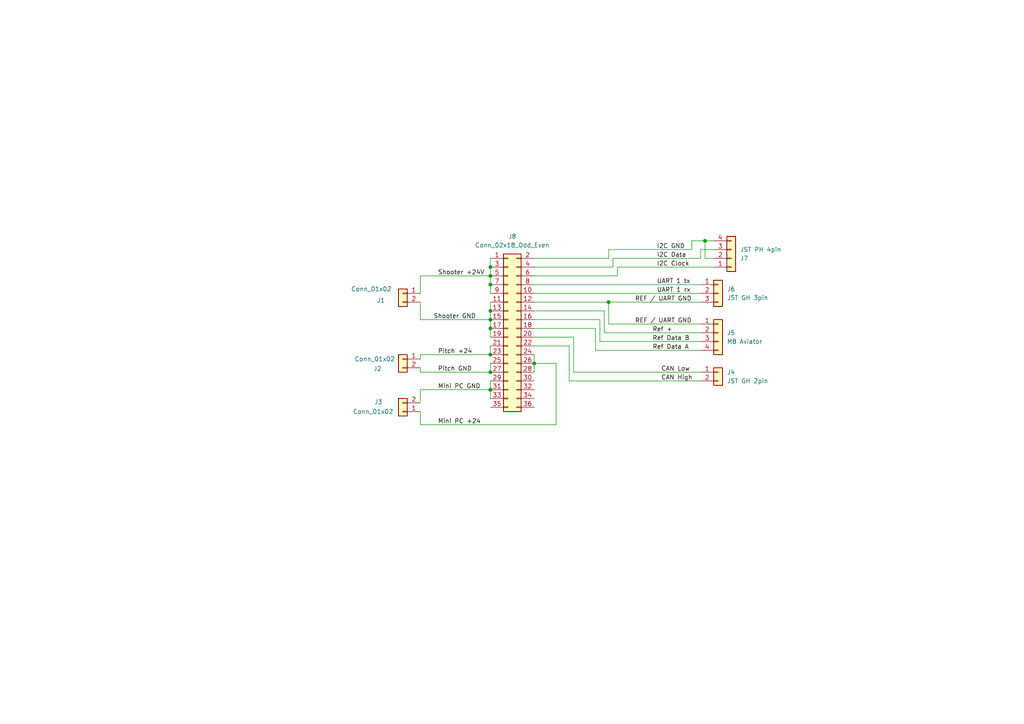
<source format=kicad_sch>
(kicad_sch (version 20250114) (generator "eeschema") (generator_version "9.0")
  (paper "A4")
  (lib_symbols
    (symbol "Connector_Generic:Conn_01x02" (pin_names (offset 1.016) (hide yes))
      (property "Reference" "J" (at 0 2.54 0))
      (property "Value" "Conn_01x02" (at 0 -5.08 0))
      (symbol "Conn_01x02_1_1"
        (rectangle (start -1.27 1.27) (end 1.27 -3.81) (stroke (width 0.254)) (fill (type background)))
        (rectangle (start -1.27 0.127) (end 0 -0.127) (stroke (width 0.1524)))
        (rectangle (start -1.27 -2.413) (end 0 -2.667) (stroke (width 0.1524)))
        (pin passive line (at -5.08 0 0) (length 3.81) (name "Pin_1") (number "1"))
        (pin passive line (at -5.08 -2.54 0) (length 3.81) (name "Pin_2") (number "2"))
      )
    )
    (symbol "Connector_Generic:Conn_01x03" (pin_names (offset 1.016) (hide yes))
      (property "Reference" "J" (at 0 5.08 0))
      (property "Value" "Conn_01x03" (at 0 -5.08 0))
      (symbol "Conn_01x03_1_1"
        (rectangle (start -1.27 3.81) (end 1.27 -3.81) (stroke (width 0.254)) (fill (type background)))
        (rectangle (start -1.27 2.667) (end 0 2.413) (stroke (width 0.1524)))
        (rectangle (start -1.27 0.127) (end 0 -0.127) (stroke (width 0.1524)))
        (rectangle (start -1.27 -2.413) (end 0 -2.667) (stroke (width 0.1524)))
        (pin passive line (at -5.08 2.54 0) (length 3.81) (name "Pin_1") (number "1"))
        (pin passive line (at -5.08 0 0) (length 3.81) (name "Pin_2") (number "2"))
        (pin passive line (at -5.08 -2.54 0) (length 3.81) (name "Pin_3") (number "3"))
      )
    )
    (symbol "Connector_Generic:Conn_01x04" (pin_names (offset 1.016) (hide yes))
      (property "Reference" "J" (at 0 5.08 0))
      (property "Value" "Conn_01x04" (at 0 -7.62 0))
      (symbol "Conn_01x04_1_1"
        (rectangle (start -1.27 3.81) (end 1.27 -6.35) (stroke (width 0.254)) (fill (type background)))
        (rectangle (start -1.27 2.667) (end 0 2.413) (stroke (width 0.1524)))
        (rectangle (start -1.27 0.127) (end 0 -0.127) (stroke (width 0.1524)))
        (rectangle (start -1.27 -2.413) (end 0 -2.667) (stroke (width 0.1524)))
        (rectangle (start -1.27 -4.953) (end 0 -5.207) (stroke (width 0.1524)))
        (pin passive line (at -5.08 2.54 0) (length 3.81) (name "Pin_1") (number "1"))
        (pin passive line (at -5.08 0 0) (length 3.81) (name "Pin_2") (number "2"))
        (pin passive line (at -5.08 -2.54 0) (length 3.81) (name "Pin_3") (number "3"))
        (pin passive line (at -5.08 -5.08 0) (length 3.81) (name "Pin_4") (number "4"))
      )
    )
    (symbol "Connector_Generic:Conn_02x18_Odd_Even" (pin_names (offset 1.016) (hide yes))
      (property "Reference" "J" (at 1.27 22.86 0))
      (property "Value" "Conn_02x18_Odd_Even" (at 1.27 -25.4 0))
      (symbol "Conn_02x18_Odd_Even_1_1"
        (rectangle (start -1.27 21.59) (end 3.81 -24.13) (stroke (width 0.254)) (fill (type background)))
        (rectangle (start -1.27 20.447) (end 0 20.193) (stroke (width 0.1524)))
        (rectangle (start -1.27 17.907) (end 0 17.653) (stroke (width 0.1524)))
        (rectangle (start -1.27 15.367) (end 0 15.113) (stroke (width 0.1524)))
        (rectangle (start -1.27 12.827) (end 0 12.573) (stroke (width 0.1524)))
        (rectangle (start -1.27 10.287) (end 0 10.033) (stroke (width 0.1524)))
        (rectangle (start -1.27 7.747) (end 0 7.493) (stroke (width 0.1524)))
        (rectangle (start -1.27 5.207) (end 0 4.953) (stroke (width 0.1524)))
        (rectangle (start -1.27 2.667) (end 0 2.413) (stroke (width 0.1524)))
        (rectangle (start -1.27 0.127) (end 0 -0.127) (stroke (width 0.1524)))
        (rectangle (start -1.27 -2.413) (end 0 -2.667) (stroke (width 0.1524)))
        (rectangle (start -1.27 -4.953) (end 0 -5.207) (stroke (width 0.1524)))
        (rectangle (start -1.27 -7.493) (end 0 -7.747) (stroke (width 0.1524)))
        (rectangle (start -1.27 -10.033) (end 0 -10.287) (stroke (width 0.1524)))
        (rectangle (start -1.27 -12.573) (end 0 -12.827) (stroke (width 0.1524)))
        (rectangle (start -1.27 -15.113) (end 0 -15.367) (stroke (width 0.1524)))
        (rectangle (start -1.27 -17.653) (end 0 -17.907) (stroke (width 0.1524)))
        (rectangle (start -1.27 -20.193) (end 0 -20.447) (stroke (width 0.1524)))
        (rectangle (start -1.27 -22.733) (end 0 -22.987) (stroke (width 0.1524)))
        (rectangle (start 3.81 20.447) (end 2.54 20.193) (stroke (width 0.1524)))
        (rectangle (start 3.81 17.907) (end 2.54 17.653) (stroke (width 0.1524)))
        (rectangle (start 3.81 15.367) (end 2.54 15.113) (stroke (width 0.1524)))
        (rectangle (start 3.81 12.827) (end 2.54 12.573) (stroke (width 0.1524)))
        (rectangle (start 3.81 10.287) (end 2.54 10.033) (stroke (width 0.1524)))
        (rectangle (start 3.81 7.747) (end 2.54 7.493) (stroke (width 0.1524)))
        (rectangle (start 3.81 5.207) (end 2.54 4.953) (stroke (width 0.1524)))
        (rectangle (start 3.81 2.667) (end 2.54 2.413) (stroke (width 0.1524)))
        (rectangle (start 3.81 0.127) (end 2.54 -0.127) (stroke (width 0.1524)))
        (rectangle (start 3.81 -2.413) (end 2.54 -2.667) (stroke (width 0.1524)))
        (rectangle (start 3.81 -4.953) (end 2.54 -5.207) (stroke (width 0.1524)))
        (rectangle (start 3.81 -7.493) (end 2.54 -7.747) (stroke (width 0.1524)))
        (rectangle (start 3.81 -10.033) (end 2.54 -10.287) (stroke (width 0.1524)))
        (rectangle (start 3.81 -12.573) (end 2.54 -12.827) (stroke (width 0.1524)))
        (rectangle (start 3.81 -15.113) (end 2.54 -15.367) (stroke (width 0.1524)))
        (rectangle (start 3.81 -17.653) (end 2.54 -17.907) (stroke (width 0.1524)))
        (rectangle (start 3.81 -20.193) (end 2.54 -20.447) (stroke (width 0.1524)))
        (rectangle (start 3.81 -22.733) (end 2.54 -22.987) (stroke (width 0.1524)))
        (pin passive line (at -5.08 20.32 0) (length 3.81) (name "Pin_1") (number "1"))
        (pin passive line (at -5.08 17.78 0) (length 3.81) (name "Pin_3") (number "3"))
        (pin passive line (at -5.08 15.24 0) (length 3.81) (name "Pin_5") (number "5"))
        (pin passive line (at -5.08 12.7 0) (length 3.81) (name "Pin_7") (number "7"))
        (pin passive line (at -5.08 10.16 0) (length 3.81) (name "Pin_9") (number "9"))
        (pin passive line (at -5.08 7.62 0) (length 3.81) (name "Pin_11") (number "11"))
        (pin passive line (at -5.08 5.08 0) (length 3.81) (name "Pin_13") (number "13"))
        (pin passive line (at -5.08 2.54 0) (length 3.81) (name "Pin_15") (number "15"))
        (pin passive line (at -5.08 0 0) (length 3.81) (name "Pin_17") (number "17"))
        (pin passive line (at -5.08 -2.54 0) (length 3.81) (name "Pin_19") (number "19"))
        (pin passive line (at -5.08 -5.08 0) (length 3.81) (name "Pin_21") (number "21"))
        (pin passive line (at -5.08 -7.62 0) (length 3.81) (name "Pin_23") (number "23"))
        (pin passive line (at -5.08 -10.16 0) (length 3.81) (name "Pin_25") (number "25"))
        (pin passive line (at -5.08 -12.7 0) (length 3.81) (name "Pin_27") (number "27"))
        (pin passive line (at -5.08 -15.24 0) (length 3.81) (name "Pin_29") (number "29"))
        (pin passive line (at -5.08 -17.78 0) (length 3.81) (name "Pin_31") (number "31"))
        (pin passive line (at -5.08 -20.32 0) (length 3.81) (name "Pin_33") (number "33"))
        (pin passive line (at -5.08 -22.86 0) (length 3.81) (name "Pin_35") (number "35"))
        (pin passive line (at 7.62 20.32 180) (length 3.81) (name "Pin_2") (number "2"))
        (pin passive line (at 7.62 17.78 180) (length 3.81) (name "Pin_4") (number "4"))
        (pin passive line (at 7.62 15.24 180) (length 3.81) (name "Pin_6") (number "6"))
        (pin passive line (at 7.62 12.7 180) (length 3.81) (name "Pin_8") (number "8"))
        (pin passive line (at 7.62 10.16 180) (length 3.81) (name "Pin_10") (number "10"))
        (pin passive line (at 7.62 7.62 180) (length 3.81) (name "Pin_12") (number "12"))
        (pin passive line (at 7.62 5.08 180) (length 3.81) (name "Pin_14") (number "14"))
        (pin passive line (at 7.62 2.54 180) (length 3.81) (name "Pin_16") (number "16"))
        (pin passive line (at 7.62 0 180) (length 3.81) (name "Pin_18") (number "18"))
        (pin passive line (at 7.62 -2.54 180) (length 3.81) (name "Pin_20") (number "20"))
        (pin passive line (at 7.62 -5.08 180) (length 3.81) (name "Pin_22") (number "22"))
        (pin passive line (at 7.62 -7.62 180) (length 3.81) (name "Pin_24") (number "24"))
        (pin passive line (at 7.62 -10.16 180) (length 3.81) (name "Pin_26") (number "26"))
        (pin passive line (at 7.62 -12.7 180) (length 3.81) (name "Pin_28") (number "28"))
        (pin passive line (at 7.62 -15.24 180) (length 3.81) (name "Pin_30") (number "30"))
        (pin passive line (at 7.62 -17.78 180) (length 3.81) (name "Pin_32") (number "32"))
        (pin passive line (at 7.62 -20.32 180) (length 3.81) (name "Pin_34") (number "34"))
        (pin passive line (at 7.62 -22.86 180) (length 3.81) (name "Pin_36") (number "36"))
      )
    )
  )
  (junction (at 154.94 105.41))
  (junction (at 142.24 95.25))
  (junction (at 204.47 69.85))
  (junction (at 142.24 92.71))
  (junction (at 142.24 102.87))
  (junction (at 142.24 107.95))
  (junction (at 142.24 113.03))
  (junction (at 142.24 90.17))
  (junction (at 176.53 87.63))
  (junction (at 142.24 82.55))
  (junction (at 142.24 77.47))
  (junction (at 142.24 80.01))
  (wire (pts (xy 142.24 87.63) (xy 142.24 90.17)))
  (wire (pts (xy 176.53 87.63) (xy 203.2 87.63)))
  (wire (pts (xy 204.47 69.85) (xy 207.01 69.85)))
  (wire (pts (xy 142.24 90.17) (xy 142.24 92.71)))
  (wire (pts (xy 142.24 110.49) (xy 142.24 113.03)))
  (wire (pts (xy 165.1 110.49) (xy 203.2 110.49)))
  (wire (pts (xy 142.24 92.71) (xy 142.24 95.25)))
  (wire (pts (xy 121.92 80.01) (xy 142.24 80.01)))
  (wire (pts (xy 142.24 100.33) (xy 142.24 102.87)))
  (wire (pts (xy 203.2 74.93) (xy 203.2 72.39)))
  (wire (pts (xy 142.24 95.25) (xy 142.24 97.79)))
  (wire (pts (xy 204.47 74.93) (xy 207.01 74.93)))
  (wire (pts (xy 173.99 99.06) (xy 173.99 92.71)))
  (wire (pts (xy 165.1 100.33) (xy 154.94 100.33)))
  (wire (pts (xy 121.92 87.63) (xy 121.92 92.71)))
  (wire (pts (xy 142.24 74.93) (xy 142.24 77.47)))
  (wire (pts (xy 142.24 80.01) (xy 142.24 82.55)))
  (wire (pts (xy 154.94 105.41) (xy 154.94 107.95)))
  (wire (pts (xy 154.94 87.63) (xy 176.53 87.63)))
  (wire (pts (xy 166.37 97.79) (xy 154.94 97.79)))
  (wire (pts (xy 204.47 69.85) (xy 204.47 74.93)))
  (wire (pts (xy 142.24 77.47) (xy 142.24 80.01)))
  (wire (pts (xy 121.92 92.71) (xy 142.24 92.71)))
  (wire (pts (xy 161.29 105.41) (xy 161.29 123.19)))
  (wire (pts (xy 176.53 72.39) (xy 200.66 72.39)))
  (wire (pts (xy 175.26 96.52) (xy 175.26 90.17)))
  (wire (pts (xy 177.8 74.93) (xy 203.2 74.93)))
  (wire (pts (xy 200.66 69.85) (xy 204.47 69.85)))
  (wire (pts (xy 121.92 102.87) (xy 142.24 102.87)))
  (wire (pts (xy 175.26 96.52) (xy 203.2 96.52)))
  (wire (pts (xy 165.1 110.49) (xy 165.1 100.33)))
  (wire (pts (xy 154.94 77.47) (xy 177.8 77.47)))
  (wire (pts (xy 121.92 107.95) (xy 142.24 107.95)))
  (wire (pts (xy 179.07 77.47) (xy 207.01 77.47)))
  (wire (pts (xy 172.72 101.6) (xy 203.2 101.6)))
  (wire (pts (xy 154.94 74.93) (xy 176.53 74.93)))
  (wire (pts (xy 121.92 106.68) (xy 121.92 107.95)))
  (wire (pts (xy 177.8 74.93) (xy 177.8 77.47)))
  (wire (pts (xy 154.94 95.25) (xy 172.72 95.25)))
  (wire (pts (xy 161.29 123.19) (xy 121.92 123.19)))
  (wire (pts (xy 121.92 102.87) (xy 121.92 104.14)))
  (wire (pts (xy 121.92 113.03) (xy 121.92 116.84)))
  (wire (pts (xy 121.92 123.19) (xy 121.92 119.38)))
  (wire (pts (xy 172.72 95.25) (xy 172.72 101.6)))
  (wire (pts (xy 142.24 113.03) (xy 142.24 115.57)))
  (wire (pts (xy 142.24 105.41) (xy 142.24 107.95)))
  (wire (pts (xy 154.94 85.09) (xy 203.2 85.09)))
  (wire (pts (xy 179.07 77.47) (xy 179.07 80.01)))
  (wire (pts (xy 142.24 82.55) (xy 142.24 85.09)))
  (wire (pts (xy 176.53 72.39) (xy 176.53 74.93)))
  (wire (pts (xy 166.37 107.95) (xy 166.37 97.79)))
  (wire (pts (xy 154.94 82.55) (xy 203.2 82.55)))
  (wire (pts (xy 200.66 72.39) (xy 200.66 69.85)))
  (wire (pts (xy 154.94 102.87) (xy 154.94 105.41)))
  (wire (pts (xy 166.37 107.95) (xy 203.2 107.95)))
  (wire (pts (xy 176.53 87.63) (xy 176.53 93.98)))
  (wire (pts (xy 176.53 93.98) (xy 203.2 93.98)))
  (wire (pts (xy 121.92 80.01) (xy 121.92 85.09)))
  (wire (pts (xy 175.26 90.17) (xy 154.94 90.17)))
  (wire (pts (xy 121.92 113.03) (xy 142.24 113.03)))
  (wire (pts (xy 173.99 99.06) (xy 203.2 99.06)))
  (wire (pts (xy 154.94 80.01) (xy 179.07 80.01)))
  (wire (pts (xy 154.94 105.41) (xy 161.29 105.41)))
  (wire (pts (xy 203.2 72.39) (xy 207.01 72.39)))
  (wire (pts (xy 173.99 92.71) (xy 154.94 92.71)))
  (label "Ref +" (at 189.23 96.52 0))
  (label "CAN Low" (at 191.77 107.95 0))
  (label "UART 1 tx" (at 190.5 82.55 0))
  (label "Shooter +24V" (at 127 80.01 0))
  (label "Ref Data A" (at 189.23 101.6 0))
  (label "Ref Data B" (at 189.23 99.06 0))
  (label "Pitch GND" (at 127 107.95 0))
  (label "Mini PC +24" (at 127 123.19 0))
  (label "I2C GND" (at 190.5 72.39 0))
  (label "I2C Data" (at 190.5 74.93 0))
  (label "Shooter GND" (at 125.73 92.71 0))
  (label "REF {slash} UART GND" (at 184.15 93.98 0))
  (label "Mini PC GND" (at 127 113.03 0))
  (label "REF {slash} UART GND" (at 184.15 87.63 0))
  (label "UART 1 rx" (at 190.5 85.09 0))
  (label "CAN High" (at 191.77 110.49 0))
  (label "I2C Clock" (at 190.5 77.47 0))
  (label "Pitch +24" (at 127 102.87 0))
  (symbol (lib_id "Connector_Generic:Conn_01x02") (at 116.84 85.09 0) (mirror y) (unit 1)
    (property "Reference" "J1" (at 110.49 87.122 0))
    (property "Value" "Conn_01x02" (at 107.696 83.82 0))
    (property "Footprint" "Slipring:AMASS_XT30PW-F" (effects (hide yes)))
    (property "Description" "Generic connector, single row, 01x02, script generated (kicad-library-utils/schlib/autogen/connector/)" (effects (hide yes)))
  )
  (symbol (lib_id "Connector_Generic:Conn_01x02") (at 116.84 119.38 180) (unit 1)
    (property "Reference" "J3" (at 109.728 116.586 0))
    (property "Value" "Conn_01x02" (at 108.204 119.38 0))
    (property "Footprint" "Slipring:AMASS_XT30PW-F" (effects (hide yes)))
    (property "Description" "Generic connector, single row, 01x02, script generated (kicad-library-utils/schlib/autogen/connector/)" (effects (hide yes)))
  )
  (symbol (lib_id "Connector_Generic:Conn_01x04") (at 212.09 74.93 0) (mirror x) (unit 1)
    (property "Reference" "J7" (at 214.63 74.9301 0) (effects (justify left)))
    (property "Value" "JST PH 4pin" (at 214.63 72.3901 0) (effects (justify left)))
    (property "Footprint" "Slipring:JST_B4B-PH-K" (effects (hide yes)))
    (property "Description" "Generic connector, single row, 01x04, script generated (kicad-library-utils/schlib/autogen/connector/)" (effects (hide yes)))
  )
  (symbol (lib_id "Connector_Generic:Conn_02x18_Odd_Even") (at 147.32 95.25 0) (unit 1)
    (property "Reference" "J8" (at 148.59 68.58 0))
    (property "Value" "Conn_02x18_Odd_Even" (at 148.59 71.12 0))
    (property "Footprint" "Connector_PinHeader_1.00mm:PinHeader_2x18_P1.00mm_Vertical" (effects (hide yes)))
    (property "Description" "Generic connector, double row, 02x18, odd/even pin numbering scheme (row 1 odd numbers, row 2 even numbers), script generated (kicad-library-utils/schlib/autogen/connector/)" (effects (hide yes)))
  )
  (symbol (lib_id "Connector_Generic:Conn_01x02") (at 208.28 107.95 0) (unit 1)
    (property "Reference" "J4" (at 210.82 107.9499 0) (effects (justify left)))
    (property "Value" "JST GH 2pin" (at 210.82 110.4899 0) (effects (justify left)))
    (property "Footprint" "Slipring:CONN_BM02B-GHS-TBT_JST" (effects (hide yes)))
    (property "Description" "Generic connector, single row, 01x02, script generated (kicad-library-utils/schlib/autogen/connector/)" (effects (hide yes)))
  )
  (symbol (lib_id "Connector_Generic:Conn_01x04") (at 208.28 96.52 0) (unit 1)
    (property "Reference" "J5" (at 210.82 96.5199 0) (effects (justify left)))
    (property "Value" "M8 Aviator" (at 210.82 99.0599 0) (effects (justify left)))
    (property "Footprint" "Slipring:AMPHENOL_M8S-04PFFR-SF8001" (effects (hide yes)))
    (property "Description" "Generic connector, single row, 01x04, script generated (kicad-library-utils/schlib/autogen/connector/)" (effects (hide yes)))
  )
  (symbol (lib_id "Connector_Generic:Conn_01x03") (at 208.28 85.09 0) (unit 1)
    (property "Reference" "J6" (at 210.82 83.8199 0) (effects (justify left)))
    (property "Value" "JST GH 3pin" (at 210.82 86.3599 0) (effects (justify left)))
    (property "Footprint" "Slipring:CONN_BM03B-GHS-TBT_JST" (effects (hide yes)))
    (property "Description" "Generic connector, single row, 01x03, script generated (kicad-library-utils/schlib/autogen/connector/)" (effects (hide yes)))
  )
  (symbol (lib_id "Connector_Generic:Conn_01x02") (at 116.84 104.14 0) (mirror y) (unit 1)
    (property "Reference" "J2" (at 109.474 106.934 0))
    (property "Value" "Conn_01x02" (at 108.712 104.14 0))
    (property "Footprint" "Slipring:AMASS_XT30PW-F" (effects (hide yes)))
    (property "Description" "Generic connector, single row, 01x02, script generated (kicad-library-utils/schlib/autogen/connector/)" (effects (hide yes)))
  )
)
</source>
